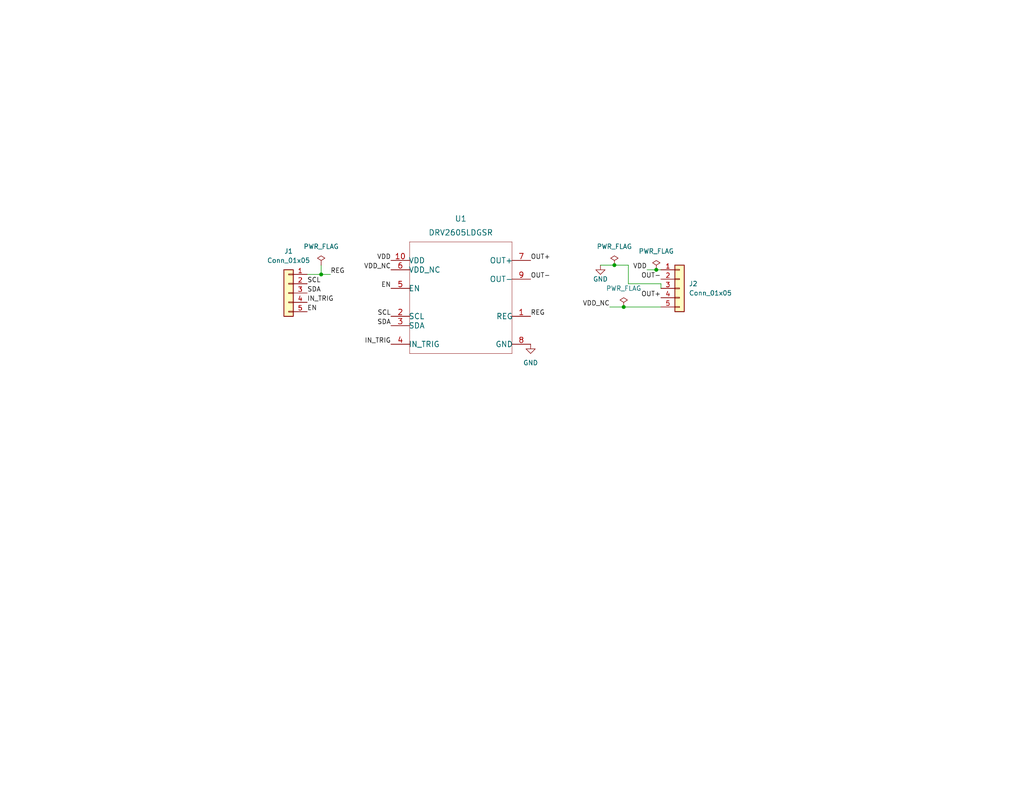
<source format=kicad_sch>
(kicad_sch (version 20211123) (generator eeschema)

  (uuid 7484c2ca-23e1-4c4f-83cf-5e3ea5272989)

  (paper "A")

  (title_block
    (date "2022-02-26")
  )

  (lib_symbols
    (symbol "Connector_Generic:Conn_01x05" (pin_names (offset 1.016) hide) (in_bom yes) (on_board yes)
      (property "Reference" "J" (id 0) (at 0 7.62 0)
        (effects (font (size 1.27 1.27)))
      )
      (property "Value" "Conn_01x05" (id 1) (at 0 -7.62 0)
        (effects (font (size 1.27 1.27)))
      )
      (property "Footprint" "" (id 2) (at 0 0 0)
        (effects (font (size 1.27 1.27)) hide)
      )
      (property "Datasheet" "~" (id 3) (at 0 0 0)
        (effects (font (size 1.27 1.27)) hide)
      )
      (property "ki_keywords" "connector" (id 4) (at 0 0 0)
        (effects (font (size 1.27 1.27)) hide)
      )
      (property "ki_description" "Generic connector, single row, 01x05, script generated (kicad-library-utils/schlib/autogen/connector/)" (id 5) (at 0 0 0)
        (effects (font (size 1.27 1.27)) hide)
      )
      (property "ki_fp_filters" "Connector*:*_1x??_*" (id 6) (at 0 0 0)
        (effects (font (size 1.27 1.27)) hide)
      )
      (symbol "Conn_01x05_1_1"
        (rectangle (start -1.27 -4.953) (end 0 -5.207)
          (stroke (width 0.1524) (type default) (color 0 0 0 0))
          (fill (type none))
        )
        (rectangle (start -1.27 -2.413) (end 0 -2.667)
          (stroke (width 0.1524) (type default) (color 0 0 0 0))
          (fill (type none))
        )
        (rectangle (start -1.27 0.127) (end 0 -0.127)
          (stroke (width 0.1524) (type default) (color 0 0 0 0))
          (fill (type none))
        )
        (rectangle (start -1.27 2.667) (end 0 2.413)
          (stroke (width 0.1524) (type default) (color 0 0 0 0))
          (fill (type none))
        )
        (rectangle (start -1.27 5.207) (end 0 4.953)
          (stroke (width 0.1524) (type default) (color 0 0 0 0))
          (fill (type none))
        )
        (rectangle (start -1.27 6.35) (end 1.27 -6.35)
          (stroke (width 0.254) (type default) (color 0 0 0 0))
          (fill (type background))
        )
        (pin passive line (at -5.08 5.08 0) (length 3.81)
          (name "Pin_1" (effects (font (size 1.27 1.27))))
          (number "1" (effects (font (size 1.27 1.27))))
        )
        (pin passive line (at -5.08 2.54 0) (length 3.81)
          (name "Pin_2" (effects (font (size 1.27 1.27))))
          (number "2" (effects (font (size 1.27 1.27))))
        )
        (pin passive line (at -5.08 0 0) (length 3.81)
          (name "Pin_3" (effects (font (size 1.27 1.27))))
          (number "3" (effects (font (size 1.27 1.27))))
        )
        (pin passive line (at -5.08 -2.54 0) (length 3.81)
          (name "Pin_4" (effects (font (size 1.27 1.27))))
          (number "4" (effects (font (size 1.27 1.27))))
        )
        (pin passive line (at -5.08 -5.08 0) (length 3.81)
          (name "Pin_5" (effects (font (size 1.27 1.27))))
          (number "5" (effects (font (size 1.27 1.27))))
        )
      )
    )
    (symbol "DRV2605LDGSR:DRV2605LDGSR" (pin_names (offset -0.254)) (in_bom yes) (on_board yes)
      (property "Reference" "U" (id 0) (at 0 2.54 0)
        (effects (font (size 1.524 1.524)))
      )
      (property "Value" "DRV2605LDGSR" (id 1) (at 0 0 0)
        (effects (font (size 1.524 1.524)))
      )
      (property "Footprint" "DGS0010A" (id 2) (at 0 -1.524 0)
        (effects (font (size 1.524 1.524)) hide)
      )
      (property "Datasheet" "" (id 3) (at 0 0 0)
        (effects (font (size 1.524 1.524)))
      )
      (property "ki_locked" "" (id 4) (at 0 0 0)
        (effects (font (size 1.27 1.27)))
      )
      (property "ki_fp_filters" "DGS0010A" (id 5) (at 0 0 0)
        (effects (font (size 1.27 1.27)) hide)
      )
      (symbol "DRV2605LDGSR_1_1"
        (polyline
          (pts
            (xy -12.7 -15.24)
            (xy 15.24 -15.24)
          )
          (stroke (width 0.1016) (type default) (color 0 0 0 0))
          (fill (type none))
        )
        (polyline
          (pts
            (xy -12.7 15.24)
            (xy -12.7 -15.24)
          )
          (stroke (width 0.1016) (type default) (color 0 0 0 0))
          (fill (type none))
        )
        (polyline
          (pts
            (xy 15.24 -15.24)
            (xy 15.24 15.24)
          )
          (stroke (width 0.1016) (type default) (color 0 0 0 0))
          (fill (type none))
        )
        (polyline
          (pts
            (xy 15.24 15.24)
            (xy -12.7 15.24)
          )
          (stroke (width 0.1016) (type default) (color 0 0 0 0))
          (fill (type none))
        )
        (pin power_in line (at 20.32 -5.08 180) (length 5.08)
          (name "REG" (effects (font (size 1.4986 1.4986))))
          (number "1" (effects (font (size 1.4986 1.4986))))
        )
        (pin power_in line (at -17.78 10.16 0) (length 5.08)
          (name "VDD" (effects (font (size 1.4986 1.4986))))
          (number "10" (effects (font (size 1.4986 1.4986))))
        )
        (pin input line (at -17.78 -5.08 0) (length 5.08)
          (name "SCL" (effects (font (size 1.4986 1.4986))))
          (number "2" (effects (font (size 1.4986 1.4986))))
        )
        (pin bidirectional line (at -17.78 -7.62 0) (length 5.08)
          (name "SDA" (effects (font (size 1.4986 1.4986))))
          (number "3" (effects (font (size 1.4986 1.4986))))
        )
        (pin input line (at -17.78 -12.7 0) (length 5.08)
          (name "IN_TRIG" (effects (font (size 1.4986 1.4986))))
          (number "4" (effects (font (size 1.4986 1.4986))))
        )
        (pin input line (at -17.78 2.54 0) (length 5.08)
          (name "EN" (effects (font (size 1.4986 1.4986))))
          (number "5" (effects (font (size 1.4986 1.4986))))
        )
        (pin power_in line (at -17.78 7.62 0) (length 5.08)
          (name "VDD_NC" (effects (font (size 1.4986 1.4986))))
          (number "6" (effects (font (size 1.4986 1.4986))))
        )
        (pin output line (at 20.32 10.16 180) (length 5.08)
          (name "OUT+" (effects (font (size 1.4986 1.4986))))
          (number "7" (effects (font (size 1.4986 1.4986))))
        )
        (pin power_in line (at 20.32 -12.7 180) (length 5.08)
          (name "GND" (effects (font (size 1.4986 1.4986))))
          (number "8" (effects (font (size 1.4986 1.4986))))
        )
        (pin output line (at 20.32 5.08 180) (length 5.08)
          (name "OUT-" (effects (font (size 1.4986 1.4986))))
          (number "9" (effects (font (size 1.4986 1.4986))))
        )
      )
    )
    (symbol "power:GND" (power) (pin_names (offset 0)) (in_bom yes) (on_board yes)
      (property "Reference" "#PWR" (id 0) (at 0 -6.35 0)
        (effects (font (size 1.27 1.27)) hide)
      )
      (property "Value" "GND" (id 1) (at 0 -3.81 0)
        (effects (font (size 1.27 1.27)))
      )
      (property "Footprint" "" (id 2) (at 0 0 0)
        (effects (font (size 1.27 1.27)) hide)
      )
      (property "Datasheet" "" (id 3) (at 0 0 0)
        (effects (font (size 1.27 1.27)) hide)
      )
      (property "ki_keywords" "power-flag" (id 4) (at 0 0 0)
        (effects (font (size 1.27 1.27)) hide)
      )
      (property "ki_description" "Power symbol creates a global label with name \"GND\" , ground" (id 5) (at 0 0 0)
        (effects (font (size 1.27 1.27)) hide)
      )
      (symbol "GND_0_1"
        (polyline
          (pts
            (xy 0 0)
            (xy 0 -1.27)
            (xy 1.27 -1.27)
            (xy 0 -2.54)
            (xy -1.27 -1.27)
            (xy 0 -1.27)
          )
          (stroke (width 0) (type default) (color 0 0 0 0))
          (fill (type none))
        )
      )
      (symbol "GND_1_1"
        (pin power_in line (at 0 0 270) (length 0) hide
          (name "GND" (effects (font (size 1.27 1.27))))
          (number "1" (effects (font (size 1.27 1.27))))
        )
      )
    )
    (symbol "power:PWR_FLAG" (power) (pin_numbers hide) (pin_names (offset 0) hide) (in_bom yes) (on_board yes)
      (property "Reference" "#FLG" (id 0) (at 0 1.905 0)
        (effects (font (size 1.27 1.27)) hide)
      )
      (property "Value" "PWR_FLAG" (id 1) (at 0 3.81 0)
        (effects (font (size 1.27 1.27)))
      )
      (property "Footprint" "" (id 2) (at 0 0 0)
        (effects (font (size 1.27 1.27)) hide)
      )
      (property "Datasheet" "~" (id 3) (at 0 0 0)
        (effects (font (size 1.27 1.27)) hide)
      )
      (property "ki_keywords" "power-flag" (id 4) (at 0 0 0)
        (effects (font (size 1.27 1.27)) hide)
      )
      (property "ki_description" "Special symbol for telling ERC where power comes from" (id 5) (at 0 0 0)
        (effects (font (size 1.27 1.27)) hide)
      )
      (symbol "PWR_FLAG_0_0"
        (pin power_out line (at 0 0 90) (length 0)
          (name "pwr" (effects (font (size 1.27 1.27))))
          (number "1" (effects (font (size 1.27 1.27))))
        )
      )
      (symbol "PWR_FLAG_0_1"
        (polyline
          (pts
            (xy 0 0)
            (xy 0 1.27)
            (xy -1.016 1.905)
            (xy 0 2.54)
            (xy 1.016 1.905)
            (xy 0 1.27)
          )
          (stroke (width 0) (type default) (color 0 0 0 0))
          (fill (type none))
        )
      )
    )
  )

  (junction (at 167.64 72.39) (diameter 0) (color 0 0 0 0)
    (uuid 68877a08-4bef-4c07-be58-9aea4739eefa)
  )
  (junction (at 170.18 83.82) (diameter 0) (color 0 0 0 0)
    (uuid 6e786959-556c-4623-91f6-27a3ec3c1425)
  )
  (junction (at 179.07 73.66) (diameter 0) (color 0 0 0 0)
    (uuid 6f95d951-8436-43ee-985d-3e1d8242e4df)
  )
  (junction (at 87.63 74.93) (diameter 0) (color 0 0 0 0)
    (uuid e076ba63-d3f8-4009-aa46-bf1f84f4a09c)
  )

  (wire (pts (xy 163.83 72.39) (xy 167.64 72.39))
    (stroke (width 0) (type default) (color 0 0 0 0))
    (uuid 18293276-4779-45a0-8213-b6ba5ae2343e)
  )
  (wire (pts (xy 176.53 73.66) (xy 179.07 73.66))
    (stroke (width 0) (type default) (color 0 0 0 0))
    (uuid 1f302354-f7c1-4dd6-aa69-b3e522c19db2)
  )
  (wire (pts (xy 180.34 77.47) (xy 180.34 78.74))
    (stroke (width 0) (type default) (color 0 0 0 0))
    (uuid 2ac23d49-8e51-41e5-820a-77c1b74ad82b)
  )
  (wire (pts (xy 171.45 72.39) (xy 171.45 77.47))
    (stroke (width 0) (type default) (color 0 0 0 0))
    (uuid 75f82477-38ad-4c87-bd15-2f6046dc4cee)
  )
  (wire (pts (xy 90.17 74.93) (xy 87.63 74.93))
    (stroke (width 0) (type default) (color 0 0 0 0))
    (uuid 89ff290a-f5e3-4684-ba7b-a16f34201e74)
  )
  (wire (pts (xy 167.64 72.39) (xy 171.45 72.39))
    (stroke (width 0) (type default) (color 0 0 0 0))
    (uuid 96cc7bcd-358c-4ed0-9c5b-11b104b0c28c)
  )
  (wire (pts (xy 87.63 72.39) (xy 87.63 74.93))
    (stroke (width 0) (type default) (color 0 0 0 0))
    (uuid ab8ae8be-ae89-446a-aac1-4a0b9f2d504c)
  )
  (wire (pts (xy 179.07 73.66) (xy 180.34 73.66))
    (stroke (width 0) (type default) (color 0 0 0 0))
    (uuid c29ba03b-b1df-404a-a5c7-b493ed730dff)
  )
  (wire (pts (xy 166.37 83.82) (xy 170.18 83.82))
    (stroke (width 0) (type default) (color 0 0 0 0))
    (uuid c36fc7db-f60e-490d-a7f2-76dbc2480fd5)
  )
  (wire (pts (xy 87.63 74.93) (xy 83.82 74.93))
    (stroke (width 0) (type default) (color 0 0 0 0))
    (uuid f1ca81d9-ea63-4210-b299-a6c2a11c69c6)
  )
  (wire (pts (xy 171.45 77.47) (xy 180.34 77.47))
    (stroke (width 0) (type default) (color 0 0 0 0))
    (uuid fb827b20-3469-4812-8b00-138c68386ae9)
  )
  (wire (pts (xy 170.18 83.82) (xy 180.34 83.82))
    (stroke (width 0) (type default) (color 0 0 0 0))
    (uuid fd16f807-7062-4cc7-9918-171db2b0978a)
  )

  (label "VDD_NC" (at 106.68 73.66 180)
    (effects (font (size 1.27 1.27)) (justify right bottom))
    (uuid 0f7f95a6-3343-49b5-8712-e2c908851fa4)
  )
  (label "VDD_NC" (at 166.37 83.82 180)
    (effects (font (size 1.27 1.27)) (justify right bottom))
    (uuid 165efb02-3a9c-4a06-881f-398a3b37c059)
  )
  (label "EN" (at 106.68 78.74 180)
    (effects (font (size 1.27 1.27)) (justify right bottom))
    (uuid 1f5678aa-6483-4545-96fe-000e97215f0d)
  )
  (label "REG" (at 144.78 86.36 0)
    (effects (font (size 1.27 1.27)) (justify left bottom))
    (uuid 32dc9d76-8d2a-42a5-a31c-4925e397c8a8)
  )
  (label "OUT-" (at 144.78 76.2 0)
    (effects (font (size 1.27 1.27)) (justify left bottom))
    (uuid 4975289d-00b6-4cd5-aaad-8bf6f74d23bc)
  )
  (label "IN_TRIG" (at 83.82 82.55 0)
    (effects (font (size 1.27 1.27)) (justify left bottom))
    (uuid 546ae5bd-39af-4de0-ac82-dc11b2b5c031)
  )
  (label "SCL" (at 106.68 86.36 180)
    (effects (font (size 1.27 1.27)) (justify right bottom))
    (uuid 8f140189-650d-4caa-b51b-f46c6ae70e94)
  )
  (label "OUT+" (at 144.78 71.12 0)
    (effects (font (size 1.27 1.27)) (justify left bottom))
    (uuid 937bf952-13df-4518-8fc3-dd3084c373b3)
  )
  (label "SDA" (at 106.68 88.9 180)
    (effects (font (size 1.27 1.27)) (justify right bottom))
    (uuid 9a95b767-1351-42d2-b487-5b8ecbc74680)
  )
  (label "OUT-" (at 180.34 76.2 180)
    (effects (font (size 1.27 1.27)) (justify right bottom))
    (uuid b5847d33-2531-427a-bc65-ed6847ec7bad)
  )
  (label "OUT+" (at 180.34 81.28 180)
    (effects (font (size 1.27 1.27)) (justify right bottom))
    (uuid b6a66311-6697-4249-abef-b46976fa4bfc)
  )
  (label "EN" (at 83.82 85.09 0)
    (effects (font (size 1.27 1.27)) (justify left bottom))
    (uuid b901f3ba-058e-44f7-b641-744da8dd6415)
  )
  (label "SCL" (at 83.82 77.47 0)
    (effects (font (size 1.27 1.27)) (justify left bottom))
    (uuid c304fed9-c55e-4934-80e3-1dcee1d70c7d)
  )
  (label "IN_TRIG" (at 106.68 93.98 180)
    (effects (font (size 1.27 1.27)) (justify right bottom))
    (uuid d76e44ec-fd0b-417b-bb79-3b25ddc4241b)
  )
  (label "REG" (at 90.17 74.93 0)
    (effects (font (size 1.27 1.27)) (justify left bottom))
    (uuid e031977d-1a21-4ed1-99ca-479cef316499)
  )
  (label "VDD" (at 176.53 73.66 180)
    (effects (font (size 1.27 1.27)) (justify right bottom))
    (uuid e1ffe346-a422-4f5e-bf77-00af34e2e10f)
  )
  (label "VDD" (at 106.68 71.12 180)
    (effects (font (size 1.27 1.27)) (justify right bottom))
    (uuid eca56b4f-c44a-4c92-87d3-61fd687f1674)
  )
  (label "SDA" (at 83.82 80.01 0)
    (effects (font (size 1.27 1.27)) (justify left bottom))
    (uuid fedb1321-7459-473e-83d1-e5893fed1cf7)
  )

  (symbol (lib_id "power:GND") (at 144.78 93.98 0) (unit 1)
    (in_bom yes) (on_board yes) (fields_autoplaced)
    (uuid 19a707d4-2da4-4c5e-8b86-b38a6df7d07e)
    (property "Reference" "#PWR01" (id 0) (at 144.78 100.33 0)
      (effects (font (size 1.27 1.27)) hide)
    )
    (property "Value" "GND" (id 1) (at 144.78 99.06 0))
    (property "Footprint" "" (id 2) (at 144.78 93.98 0)
      (effects (font (size 1.27 1.27)) hide)
    )
    (property "Datasheet" "" (id 3) (at 144.78 93.98 0)
      (effects (font (size 1.27 1.27)) hide)
    )
    (pin "1" (uuid 3699ed52-3eb0-4748-bba1-bebcbdc7d054))
  )

  (symbol (lib_id "power:PWR_FLAG") (at 170.18 83.82 0) (unit 1)
    (in_bom yes) (on_board yes) (fields_autoplaced)
    (uuid 37ba655a-e10f-438b-bd6a-8b8c668b87bf)
    (property "Reference" "#FLG03" (id 0) (at 170.18 81.915 0)
      (effects (font (size 1.27 1.27)) hide)
    )
    (property "Value" "PWR_FLAG" (id 1) (at 170.18 78.74 0))
    (property "Footprint" "" (id 2) (at 170.18 83.82 0)
      (effects (font (size 1.27 1.27)) hide)
    )
    (property "Datasheet" "~" (id 3) (at 170.18 83.82 0)
      (effects (font (size 1.27 1.27)) hide)
    )
    (pin "1" (uuid 0dff164d-ec99-4125-8501-79836d15fd24))
  )

  (symbol (lib_id "Connector_Generic:Conn_01x05") (at 78.74 80.01 0) (mirror y) (unit 1)
    (in_bom yes) (on_board yes) (fields_autoplaced)
    (uuid 3a3c2d06-2914-4049-8266-3e33b3477ac7)
    (property "Reference" "J1" (id 0) (at 78.74 68.58 0))
    (property "Value" "Conn_01x05" (id 1) (at 78.74 71.12 0))
    (property "Footprint" "Connector_PinHeader_2.54mm:PinHeader_1x05_P2.54mm_Vertical" (id 2) (at 78.74 80.01 0)
      (effects (font (size 1.27 1.27)) hide)
    )
    (property "Datasheet" "~" (id 3) (at 78.74 80.01 0)
      (effects (font (size 1.27 1.27)) hide)
    )
    (pin "1" (uuid 249cef6d-6e38-4ebb-bf7b-c4567d4a2239))
    (pin "2" (uuid 6faf24c9-afc6-43f9-9326-68c5c2ccabec))
    (pin "3" (uuid 6e2190a8-0a8f-4569-8c96-006456c6e6b2))
    (pin "4" (uuid f722ea3c-0557-407a-b5bf-641f8a291a63))
    (pin "5" (uuid 8afd9c35-4e4d-476d-9e26-4a9f78600246))
  )

  (symbol (lib_id "power:PWR_FLAG") (at 87.63 72.39 0) (unit 1)
    (in_bom yes) (on_board yes) (fields_autoplaced)
    (uuid 52618263-7028-4fd8-b6ea-fd1a9f65e6da)
    (property "Reference" "#FLG01" (id 0) (at 87.63 70.485 0)
      (effects (font (size 1.27 1.27)) hide)
    )
    (property "Value" "PWR_FLAG" (id 1) (at 87.63 67.31 0))
    (property "Footprint" "" (id 2) (at 87.63 72.39 0)
      (effects (font (size 1.27 1.27)) hide)
    )
    (property "Datasheet" "~" (id 3) (at 87.63 72.39 0)
      (effects (font (size 1.27 1.27)) hide)
    )
    (pin "1" (uuid c9c0ba79-558b-41ce-ba33-a14207ff3bfa))
  )

  (symbol (lib_id "Connector_Generic:Conn_01x05") (at 185.42 78.74 0) (unit 1)
    (in_bom yes) (on_board yes) (fields_autoplaced)
    (uuid 69ab893d-e72a-4903-8a42-16f6b5eb229b)
    (property "Reference" "J2" (id 0) (at 187.96 77.4699 0)
      (effects (font (size 1.27 1.27)) (justify left))
    )
    (property "Value" "Conn_01x05" (id 1) (at 187.96 80.0099 0)
      (effects (font (size 1.27 1.27)) (justify left))
    )
    (property "Footprint" "Connector_PinHeader_2.54mm:PinHeader_1x05_P2.54mm_Vertical" (id 2) (at 185.42 78.74 0)
      (effects (font (size 1.27 1.27)) hide)
    )
    (property "Datasheet" "~" (id 3) (at 185.42 78.74 0)
      (effects (font (size 1.27 1.27)) hide)
    )
    (pin "1" (uuid ddcc8852-5683-4366-8128-1d6ff0a98b06))
    (pin "2" (uuid 4f0ad253-6758-4fab-a304-5619bb190326))
    (pin "3" (uuid ed15d2ab-884d-4309-8fc5-a20c99e91302))
    (pin "4" (uuid 63777433-96ab-4b15-8870-c77f38cbb556))
    (pin "5" (uuid 70e18146-fcad-491b-ae29-6b6b530cc027))
  )

  (symbol (lib_id "power:PWR_FLAG") (at 167.64 72.39 0) (unit 1)
    (in_bom yes) (on_board yes) (fields_autoplaced)
    (uuid a9d45284-37eb-4706-bc23-4d5eaf578026)
    (property "Reference" "#FLG02" (id 0) (at 167.64 70.485 0)
      (effects (font (size 1.27 1.27)) hide)
    )
    (property "Value" "PWR_FLAG" (id 1) (at 167.64 67.31 0))
    (property "Footprint" "" (id 2) (at 167.64 72.39 0)
      (effects (font (size 1.27 1.27)) hide)
    )
    (property "Datasheet" "~" (id 3) (at 167.64 72.39 0)
      (effects (font (size 1.27 1.27)) hide)
    )
    (pin "1" (uuid f655ec0d-1b8b-4a61-a558-2de8b61d8ce5))
  )

  (symbol (lib_id "power:GND") (at 163.83 72.39 0) (unit 1)
    (in_bom yes) (on_board yes)
    (uuid de60aac3-d8c9-4df7-93f3-66c230b8a30a)
    (property "Reference" "#PWR02" (id 0) (at 163.83 78.74 0)
      (effects (font (size 1.27 1.27)) hide)
    )
    (property "Value" "GND" (id 1) (at 163.83 76.2 0))
    (property "Footprint" "" (id 2) (at 163.83 72.39 0)
      (effects (font (size 1.27 1.27)) hide)
    )
    (property "Datasheet" "" (id 3) (at 163.83 72.39 0)
      (effects (font (size 1.27 1.27)) hide)
    )
    (pin "1" (uuid 9e5e0d02-71c1-4fe9-863f-29a25171bb62))
  )

  (symbol (lib_id "power:PWR_FLAG") (at 179.07 73.66 0) (unit 1)
    (in_bom yes) (on_board yes) (fields_autoplaced)
    (uuid e2f25370-b546-49d3-bdb0-cc886c2db087)
    (property "Reference" "#FLG04" (id 0) (at 179.07 71.755 0)
      (effects (font (size 1.27 1.27)) hide)
    )
    (property "Value" "PWR_FLAG" (id 1) (at 179.07 68.58 0))
    (property "Footprint" "" (id 2) (at 179.07 73.66 0)
      (effects (font (size 1.27 1.27)) hide)
    )
    (property "Datasheet" "~" (id 3) (at 179.07 73.66 0)
      (effects (font (size 1.27 1.27)) hide)
    )
    (pin "1" (uuid b5c3eec8-bfa4-4fd6-8493-9d096a325d12))
  )

  (symbol (lib_id "DRV2605LDGSR:DRV2605LDGSR") (at 124.46 81.28 0) (unit 1)
    (in_bom yes) (on_board yes) (fields_autoplaced)
    (uuid e7e2246b-581f-4e4e-ab3d-7e0e5a794701)
    (property "Reference" "U1" (id 0) (at 125.73 59.69 0)
      (effects (font (size 1.524 1.524)))
    )
    (property "Value" "DRV2605LDGSR" (id 1) (at 125.73 63.5 0)
      (effects (font (size 1.524 1.524)))
    )
    (property "Footprint" "DRV2605LDGSR:DRV2605LDGSR" (id 2) (at 124.46 82.804 0)
      (effects (font (size 1.524 1.524)) hide)
    )
    (property "Datasheet" "https://www.ti.com/lit/gpn/DRV2605L" (id 3) (at 124.46 81.28 0)
      (effects (font (size 1.524 1.524)) hide)
    )
    (pin "1" (uuid aea815c0-7fd2-4e3e-ab91-0dde1e669b80))
    (pin "10" (uuid e130f7fb-af3f-43f1-a665-5b210e071fbf))
    (pin "2" (uuid 17bdeecc-3da2-41b2-9b66-8653363ed131))
    (pin "3" (uuid fd7dd9e2-27e1-476a-b3e7-5653501b198e))
    (pin "4" (uuid bbf3d981-f3f8-4e39-b0b8-f59f33f0d2e7))
    (pin "5" (uuid 677ff02f-f933-49f0-959b-c1c1b663c532))
    (pin "6" (uuid a48f5546-4576-4f75-a415-2e202829787b))
    (pin "7" (uuid 4b3f2b52-1d4e-4978-803e-331573072671))
    (pin "8" (uuid 7f2a4b67-8f67-49b3-a5a2-f5784cd931d8))
    (pin "9" (uuid ac1aff3e-aa0b-4e61-ab70-b6790b93ab4b))
  )

  (sheet_instances
    (path "/" (page "1"))
  )

  (symbol_instances
    (path "/52618263-7028-4fd8-b6ea-fd1a9f65e6da"
      (reference "#FLG01") (unit 1) (value "PWR_FLAG") (footprint "")
    )
    (path "/a9d45284-37eb-4706-bc23-4d5eaf578026"
      (reference "#FLG02") (unit 1) (value "PWR_FLAG") (footprint "")
    )
    (path "/37ba655a-e10f-438b-bd6a-8b8c668b87bf"
      (reference "#FLG03") (unit 1) (value "PWR_FLAG") (footprint "")
    )
    (path "/e2f25370-b546-49d3-bdb0-cc886c2db087"
      (reference "#FLG04") (unit 1) (value "PWR_FLAG") (footprint "")
    )
    (path "/19a707d4-2da4-4c5e-8b86-b38a6df7d07e"
      (reference "#PWR01") (unit 1) (value "GND") (footprint "")
    )
    (path "/de60aac3-d8c9-4df7-93f3-66c230b8a30a"
      (reference "#PWR02") (unit 1) (value "GND") (footprint "")
    )
    (path "/3a3c2d06-2914-4049-8266-3e33b3477ac7"
      (reference "J1") (unit 1) (value "Conn_01x05") (footprint "Connector_PinHeader_2.54mm:PinHeader_1x05_P2.54mm_Vertical")
    )
    (path "/69ab893d-e72a-4903-8a42-16f6b5eb229b"
      (reference "J2") (unit 1) (value "Conn_01x05") (footprint "Connector_PinHeader_2.54mm:PinHeader_1x05_P2.54mm_Vertical")
    )
    (path "/e7e2246b-581f-4e4e-ab3d-7e0e5a794701"
      (reference "U1") (unit 1) (value "DRV2605LDGSR") (footprint "DRV2605LDGSR:DRV2605LDGSR")
    )
  )
)

</source>
